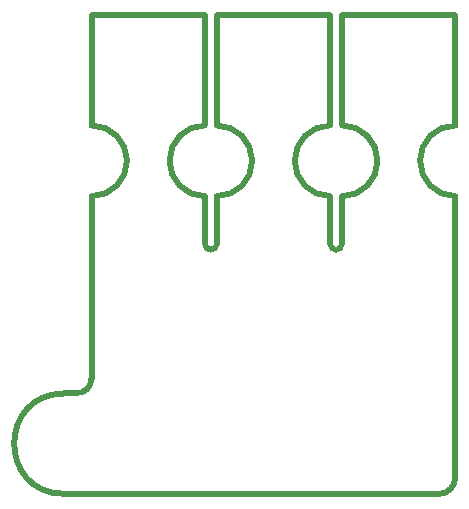
<source format=gko>
G04 start of page 2 for group 9 layer_idx 6 *
G04 Title: (unknown), global_outline *
G04 Creator: pcb-rnd 2.2.0 *
G04 CreationDate: 2020-03-19 21:02:38 UTC *
G04 For:  *
G04 Format: Gerber/RS-274X *
G04 PCB-Dimensions: 500000 500000 *
G04 PCB-Coordinate-Origin: lower left *
%MOIN*%
%FSLAX25Y25*%
%LNGLOBAL_BOUNDARY_UROUTE_9*%
%ADD65C,0.0200*%
G54D65*X302559Y244173D02*X264764D01*
X219094D02*X181299D01*
X260827D02*X223031D01*
X219094Y183661D02*Y167795D01*
X223031Y183661D02*Y167795D01*
X260827Y183661D02*Y167795D01*
X264803Y183661D02*Y167795D01*
X181299Y183661D02*Y122835D01*
X297047Y84449D02*X172244D01*
X302598Y90000D02*X302559Y89961D01*
X172244Y117913D02*X176181D01*
X181299Y244173D02*Y207283D01*
X219094Y244173D02*Y207283D01*
X223031Y244173D02*Y207283D01*
X260827Y244173D02*Y207283D01*
X264803Y244173D02*Y207283D01*
X302598Y244173D02*Y207283D01*
Y183661D02*Y90000D01*
X181299Y207283D02*G75*G02X193110Y195472I0J-11811D01*G01*
G75*G02X181299Y183661I-11811J0D01*G01*
X223031Y207283D02*G75*G02X234843Y195472I0J-11811D01*G01*
X219094Y207283D02*G75*G03X207283Y195472I0J-11811D01*G01*
G75*G03X219094Y183661I11811J0D01*G01*
Y167795D02*G75*G03X223031Y167795I1969J0D01*G01*
X234843Y195472D02*G75*G02X223031Y183661I-11811J0D01*G01*
X260827Y167795D02*G75*G03X264764Y167795I1969J0D01*G01*
X264803Y207283D02*G75*G02X276614Y195472I0J-11811D01*G01*
G75*G02X264803Y183661I-11811J0D01*G01*
X260827Y207283D02*G75*G03X249016Y195472I0J-11811D01*G01*
G75*G03X260827Y183661I11811J0D01*G01*
X302598Y207283D02*G75*G03X290787Y195472I0J-11811D01*G01*
G75*G03X302598Y183661I11811J0D01*G01*
X302559Y89961D02*G75*G02X297047Y84449I-5512J0D01*G01*
X172244D02*G75*G02X172244Y117913I0J16732D01*G01*
X176181D02*G75*G03X181299Y123031I0J5118D01*G01*
M02*

</source>
